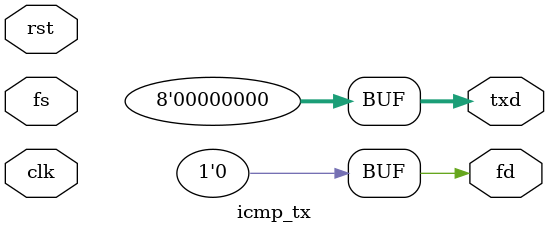
<source format=v>
module icmp_tx(
    input clk,
    input rst,

    input fs,
    output fd,

    output [7:0] txd
);

    assign txd = 8'h00;
    assign fd = 1'b0;



endmodule
</source>
